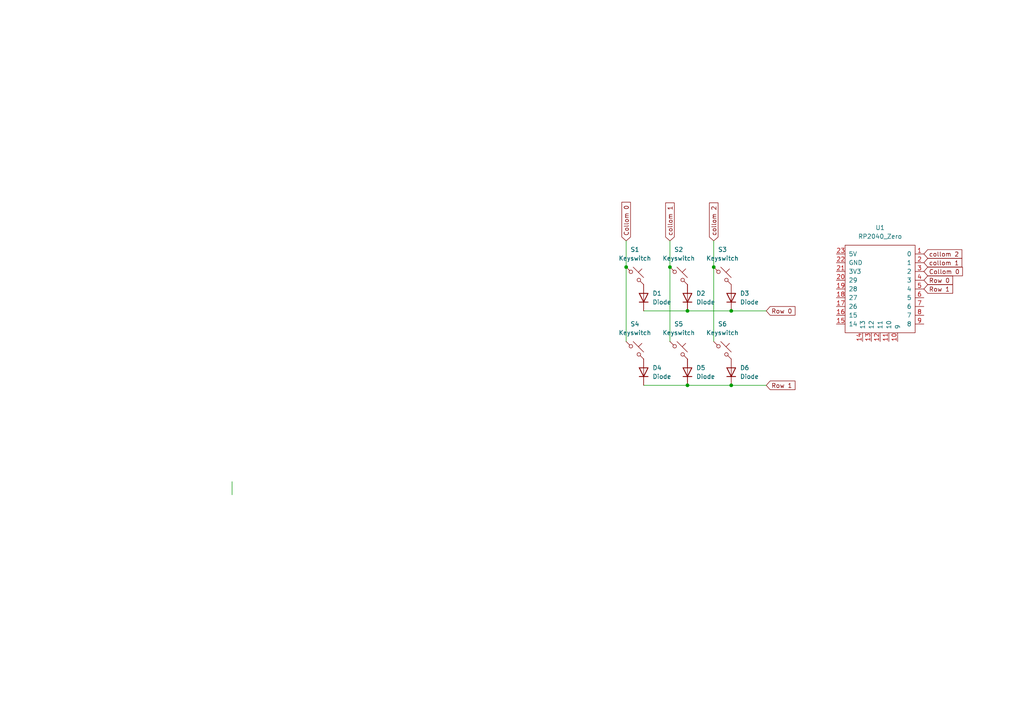
<source format=kicad_sch>
(kicad_sch
	(version 20250114)
	(generator "eeschema")
	(generator_version "9.0")
	(uuid "0a2f7a4f-47d8-493b-a453-459986931a8d")
	(paper "A4")
	(lib_symbols
		(symbol "ScottoKeebs:MCU_RP2040_Zero"
			(pin_names
				(offset 1.016)
			)
			(exclude_from_sim no)
			(in_bom yes)
			(on_board yes)
			(property "Reference" "U"
				(at 0 15.24 0)
				(effects
					(font
						(size 1.27 1.27)
					)
				)
			)
			(property "Value" "RP2040_Zero"
				(at 0 12.7 0)
				(effects
					(font
						(size 1.27 1.27)
					)
				)
			)
			(property "Footprint" "ScottoKeebs_MCU:RP2040_Zero"
				(at -8.89 5.08 0)
				(effects
					(font
						(size 1.27 1.27)
					)
					(hide yes)
				)
			)
			(property "Datasheet" ""
				(at -8.89 5.08 0)
				(effects
					(font
						(size 1.27 1.27)
					)
					(hide yes)
				)
			)
			(property "Description" ""
				(at 0 0 0)
				(effects
					(font
						(size 1.27 1.27)
					)
					(hide yes)
				)
			)
			(symbol "MCU_RP2040_Zero_0_1"
				(rectangle
					(start -10.16 11.43)
					(end 10.16 -13.97)
					(stroke
						(width 0)
						(type default)
					)
					(fill
						(type none)
					)
				)
			)
			(symbol "MCU_RP2040_Zero_1_1"
				(pin power_out line
					(at -12.7 8.89 0)
					(length 2.54)
					(name "5V"
						(effects
							(font
								(size 1.27 1.27)
							)
						)
					)
					(number "23"
						(effects
							(font
								(size 1.27 1.27)
							)
						)
					)
				)
				(pin power_out line
					(at -12.7 6.35 0)
					(length 2.54)
					(name "GND"
						(effects
							(font
								(size 1.27 1.27)
							)
						)
					)
					(number "22"
						(effects
							(font
								(size 1.27 1.27)
							)
						)
					)
				)
				(pin power_out line
					(at -12.7 3.81 0)
					(length 2.54)
					(name "3V3"
						(effects
							(font
								(size 1.27 1.27)
							)
						)
					)
					(number "21"
						(effects
							(font
								(size 1.27 1.27)
							)
						)
					)
				)
				(pin bidirectional line
					(at -12.7 1.27 0)
					(length 2.54)
					(name "29"
						(effects
							(font
								(size 1.27 1.27)
							)
						)
					)
					(number "20"
						(effects
							(font
								(size 1.27 1.27)
							)
						)
					)
				)
				(pin bidirectional line
					(at -12.7 -1.27 0)
					(length 2.54)
					(name "28"
						(effects
							(font
								(size 1.27 1.27)
							)
						)
					)
					(number "19"
						(effects
							(font
								(size 1.27 1.27)
							)
						)
					)
				)
				(pin bidirectional line
					(at -12.7 -3.81 0)
					(length 2.54)
					(name "27"
						(effects
							(font
								(size 1.27 1.27)
							)
						)
					)
					(number "18"
						(effects
							(font
								(size 1.27 1.27)
							)
						)
					)
				)
				(pin bidirectional line
					(at -12.7 -6.35 0)
					(length 2.54)
					(name "26"
						(effects
							(font
								(size 1.27 1.27)
							)
						)
					)
					(number "17"
						(effects
							(font
								(size 1.27 1.27)
							)
						)
					)
				)
				(pin bidirectional line
					(at -12.7 -8.89 0)
					(length 2.54)
					(name "15"
						(effects
							(font
								(size 1.27 1.27)
							)
						)
					)
					(number "16"
						(effects
							(font
								(size 1.27 1.27)
							)
						)
					)
				)
				(pin bidirectional line
					(at -12.7 -11.43 0)
					(length 2.54)
					(name "14"
						(effects
							(font
								(size 1.27 1.27)
							)
						)
					)
					(number "15"
						(effects
							(font
								(size 1.27 1.27)
							)
						)
					)
				)
				(pin bidirectional line
					(at -5.08 -16.51 90)
					(length 2.54)
					(name "13"
						(effects
							(font
								(size 1.27 1.27)
							)
						)
					)
					(number "14"
						(effects
							(font
								(size 1.27 1.27)
							)
						)
					)
				)
				(pin bidirectional line
					(at -2.54 -16.51 90)
					(length 2.54)
					(name "12"
						(effects
							(font
								(size 1.27 1.27)
							)
						)
					)
					(number "13"
						(effects
							(font
								(size 1.27 1.27)
							)
						)
					)
				)
				(pin bidirectional line
					(at 0 -16.51 90)
					(length 2.54)
					(name "11"
						(effects
							(font
								(size 1.27 1.27)
							)
						)
					)
					(number "12"
						(effects
							(font
								(size 1.27 1.27)
							)
						)
					)
				)
				(pin bidirectional line
					(at 2.54 -16.51 90)
					(length 2.54)
					(name "10"
						(effects
							(font
								(size 1.27 1.27)
							)
						)
					)
					(number "11"
						(effects
							(font
								(size 1.27 1.27)
							)
						)
					)
				)
				(pin bidirectional line
					(at 5.08 -16.51 90)
					(length 2.54)
					(name "9"
						(effects
							(font
								(size 1.27 1.27)
							)
						)
					)
					(number "10"
						(effects
							(font
								(size 1.27 1.27)
							)
						)
					)
				)
				(pin bidirectional line
					(at 12.7 8.89 180)
					(length 2.54)
					(name "0"
						(effects
							(font
								(size 1.27 1.27)
							)
						)
					)
					(number "1"
						(effects
							(font
								(size 1.27 1.27)
							)
						)
					)
				)
				(pin bidirectional line
					(at 12.7 6.35 180)
					(length 2.54)
					(name "1"
						(effects
							(font
								(size 1.27 1.27)
							)
						)
					)
					(number "2"
						(effects
							(font
								(size 1.27 1.27)
							)
						)
					)
				)
				(pin bidirectional line
					(at 12.7 3.81 180)
					(length 2.54)
					(name "2"
						(effects
							(font
								(size 1.27 1.27)
							)
						)
					)
					(number "3"
						(effects
							(font
								(size 1.27 1.27)
							)
						)
					)
				)
				(pin bidirectional line
					(at 12.7 1.27 180)
					(length 2.54)
					(name "3"
						(effects
							(font
								(size 1.27 1.27)
							)
						)
					)
					(number "4"
						(effects
							(font
								(size 1.27 1.27)
							)
						)
					)
				)
				(pin bidirectional line
					(at 12.7 -1.27 180)
					(length 2.54)
					(name "4"
						(effects
							(font
								(size 1.27 1.27)
							)
						)
					)
					(number "5"
						(effects
							(font
								(size 1.27 1.27)
							)
						)
					)
				)
				(pin bidirectional line
					(at 12.7 -3.81 180)
					(length 2.54)
					(name "5"
						(effects
							(font
								(size 1.27 1.27)
							)
						)
					)
					(number "6"
						(effects
							(font
								(size 1.27 1.27)
							)
						)
					)
				)
				(pin bidirectional line
					(at 12.7 -6.35 180)
					(length 2.54)
					(name "6"
						(effects
							(font
								(size 1.27 1.27)
							)
						)
					)
					(number "7"
						(effects
							(font
								(size 1.27 1.27)
							)
						)
					)
				)
				(pin bidirectional line
					(at 12.7 -8.89 180)
					(length 2.54)
					(name "7"
						(effects
							(font
								(size 1.27 1.27)
							)
						)
					)
					(number "8"
						(effects
							(font
								(size 1.27 1.27)
							)
						)
					)
				)
				(pin bidirectional line
					(at 12.7 -11.43 180)
					(length 2.54)
					(name "8"
						(effects
							(font
								(size 1.27 1.27)
							)
						)
					)
					(number "9"
						(effects
							(font
								(size 1.27 1.27)
							)
						)
					)
				)
			)
			(embedded_fonts no)
		)
		(symbol "ScottoKeebs:Placeholder_Diode"
			(pin_numbers
				(hide yes)
			)
			(pin_names
				(hide yes)
			)
			(exclude_from_sim no)
			(in_bom yes)
			(on_board yes)
			(property "Reference" "D"
				(at 0 2.54 0)
				(effects
					(font
						(size 1.27 1.27)
					)
				)
			)
			(property "Value" "Diode"
				(at 0 -2.54 0)
				(effects
					(font
						(size 1.27 1.27)
					)
				)
			)
			(property "Footprint" ""
				(at 0 0 0)
				(effects
					(font
						(size 1.27 1.27)
					)
					(hide yes)
				)
			)
			(property "Datasheet" ""
				(at 0 0 0)
				(effects
					(font
						(size 1.27 1.27)
					)
					(hide yes)
				)
			)
			(property "Description" "1N4148 (DO-35) or 1N4148W (SOD-123)"
				(at 0 0 0)
				(effects
					(font
						(size 1.27 1.27)
					)
					(hide yes)
				)
			)
			(property "Sim.Device" "D"
				(at 0 0 0)
				(effects
					(font
						(size 1.27 1.27)
					)
					(hide yes)
				)
			)
			(property "Sim.Pins" "1=K 2=A"
				(at 0 0 0)
				(effects
					(font
						(size 1.27 1.27)
					)
					(hide yes)
				)
			)
			(property "ki_keywords" "diode"
				(at 0 0 0)
				(effects
					(font
						(size 1.27 1.27)
					)
					(hide yes)
				)
			)
			(property "ki_fp_filters" "D*DO?35*"
				(at 0 0 0)
				(effects
					(font
						(size 1.27 1.27)
					)
					(hide yes)
				)
			)
			(symbol "Placeholder_Diode_0_1"
				(polyline
					(pts
						(xy -1.27 1.27) (xy -1.27 -1.27)
					)
					(stroke
						(width 0.254)
						(type default)
					)
					(fill
						(type none)
					)
				)
				(polyline
					(pts
						(xy 1.27 1.27) (xy 1.27 -1.27) (xy -1.27 0) (xy 1.27 1.27)
					)
					(stroke
						(width 0.254)
						(type default)
					)
					(fill
						(type none)
					)
				)
				(polyline
					(pts
						(xy 1.27 0) (xy -1.27 0)
					)
					(stroke
						(width 0)
						(type default)
					)
					(fill
						(type none)
					)
				)
			)
			(symbol "Placeholder_Diode_1_1"
				(pin passive line
					(at -3.81 0 0)
					(length 2.54)
					(name "K"
						(effects
							(font
								(size 1.27 1.27)
							)
						)
					)
					(number "1"
						(effects
							(font
								(size 1.27 1.27)
							)
						)
					)
				)
				(pin passive line
					(at 3.81 0 180)
					(length 2.54)
					(name "A"
						(effects
							(font
								(size 1.27 1.27)
							)
						)
					)
					(number "2"
						(effects
							(font
								(size 1.27 1.27)
							)
						)
					)
				)
			)
			(embedded_fonts no)
		)
		(symbol "ScottoKeebs:Placeholder_Keyswitch"
			(pin_numbers
				(hide yes)
			)
			(pin_names
				(offset 1.016)
				(hide yes)
			)
			(exclude_from_sim no)
			(in_bom yes)
			(on_board yes)
			(property "Reference" "S"
				(at 3.048 1.016 0)
				(effects
					(font
						(size 1.27 1.27)
					)
					(justify left)
				)
			)
			(property "Value" "Keyswitch"
				(at 0 -3.81 0)
				(effects
					(font
						(size 1.27 1.27)
					)
				)
			)
			(property "Footprint" ""
				(at 0 0 0)
				(effects
					(font
						(size 1.27 1.27)
					)
					(hide yes)
				)
			)
			(property "Datasheet" "~"
				(at 0 0 0)
				(effects
					(font
						(size 1.27 1.27)
					)
					(hide yes)
				)
			)
			(property "Description" "Push button switch, normally open, two pins, 45° tilted"
				(at 0 0 0)
				(effects
					(font
						(size 1.27 1.27)
					)
					(hide yes)
				)
			)
			(property "ki_keywords" "switch normally-open pushbutton push-button"
				(at 0 0 0)
				(effects
					(font
						(size 1.27 1.27)
					)
					(hide yes)
				)
			)
			(symbol "Placeholder_Keyswitch_0_1"
				(polyline
					(pts
						(xy -2.54 2.54) (xy -1.524 1.524) (xy -1.524 1.524)
					)
					(stroke
						(width 0)
						(type default)
					)
					(fill
						(type none)
					)
				)
				(circle
					(center -1.1684 1.1684)
					(radius 0.508)
					(stroke
						(width 0)
						(type default)
					)
					(fill
						(type none)
					)
				)
				(polyline
					(pts
						(xy -0.508 2.54) (xy 2.54 -0.508)
					)
					(stroke
						(width 0)
						(type default)
					)
					(fill
						(type none)
					)
				)
				(polyline
					(pts
						(xy 1.016 1.016) (xy 2.032 2.032)
					)
					(stroke
						(width 0)
						(type default)
					)
					(fill
						(type none)
					)
				)
				(circle
					(center 1.143 -1.1938)
					(radius 0.508)
					(stroke
						(width 0)
						(type default)
					)
					(fill
						(type none)
					)
				)
				(polyline
					(pts
						(xy 1.524 -1.524) (xy 2.54 -2.54) (xy 2.54 -2.54) (xy 2.54 -2.54)
					)
					(stroke
						(width 0)
						(type default)
					)
					(fill
						(type none)
					)
				)
				(pin passive line
					(at -2.54 2.54 0)
					(length 0)
					(name "1"
						(effects
							(font
								(size 1.27 1.27)
							)
						)
					)
					(number "1"
						(effects
							(font
								(size 1.27 1.27)
							)
						)
					)
				)
				(pin passive line
					(at 2.54 -2.54 180)
					(length 0)
					(name "2"
						(effects
							(font
								(size 1.27 1.27)
							)
						)
					)
					(number "2"
						(effects
							(font
								(size 1.27 1.27)
							)
						)
					)
				)
			)
			(embedded_fonts no)
		)
	)
	(junction
		(at 194.31 77.47)
		(diameter 0)
		(color 0 0 0 0)
		(uuid "11669f91-76e8-4f42-a858-44670f58df97")
	)
	(junction
		(at 199.39 111.76)
		(diameter 0)
		(color 0 0 0 0)
		(uuid "1ef840f2-3069-43d1-98fd-12fa084b79ed")
	)
	(junction
		(at 207.01 77.47)
		(diameter 0)
		(color 0 0 0 0)
		(uuid "5d3534a4-09da-4f14-b903-f2cf2038b181")
	)
	(junction
		(at 181.61 77.47)
		(diameter 0)
		(color 0 0 0 0)
		(uuid "5d8927b2-9747-4275-8a84-8cbeb40f0eba")
	)
	(junction
		(at 199.39 90.17)
		(diameter 0)
		(color 0 0 0 0)
		(uuid "60db7827-fd94-4609-8309-fe6770b25f05")
	)
	(junction
		(at 212.09 90.17)
		(diameter 0)
		(color 0 0 0 0)
		(uuid "db9585fb-8998-4c5f-9cef-e1d0eed707e0")
	)
	(junction
		(at 212.09 111.76)
		(diameter 0)
		(color 0 0 0 0)
		(uuid "eb961792-a9fe-41d1-8125-a35981901898")
	)
	(wire
		(pts
			(xy 222.25 111.76) (xy 212.09 111.76)
		)
		(stroke
			(width 0)
			(type default)
		)
		(uuid "08f2d9fc-86b1-4491-a3fa-c06bee6d8edc")
	)
	(wire
		(pts
			(xy 194.31 69.85) (xy 194.31 77.47)
		)
		(stroke
			(width 0)
			(type default)
		)
		(uuid "0f0383fd-e284-4712-8ae1-26fc8b309bb4")
	)
	(wire
		(pts
			(xy 207.01 77.47) (xy 207.01 99.06)
		)
		(stroke
			(width 0)
			(type default)
		)
		(uuid "1fa53416-0137-45ec-b56d-9e5f4a8bd3ff")
	)
	(wire
		(pts
			(xy 186.69 111.76) (xy 199.39 111.76)
		)
		(stroke
			(width 0)
			(type default)
		)
		(uuid "2c29c65f-8b13-4cba-9999-6bd82fcba087")
	)
	(wire
		(pts
			(xy 181.61 69.85) (xy 181.61 77.47)
		)
		(stroke
			(width 0)
			(type default)
		)
		(uuid "300a0ae9-1ceb-4dab-b422-ea9e1fa8f79e")
	)
	(wire
		(pts
			(xy 67.31 139.7) (xy 67.31 143.51)
		)
		(stroke
			(width 0)
			(type default)
		)
		(uuid "3691981f-b69b-41d3-b343-8a1fda78b075")
	)
	(wire
		(pts
			(xy 222.25 90.17) (xy 212.09 90.17)
		)
		(stroke
			(width 0)
			(type default)
		)
		(uuid "433e68d1-78a3-44fc-8f5b-fdf7fcc921d5")
	)
	(wire
		(pts
			(xy 194.31 77.47) (xy 194.31 99.06)
		)
		(stroke
			(width 0)
			(type default)
		)
		(uuid "473fc266-365e-4cec-9fe0-6c952863208f")
	)
	(wire
		(pts
			(xy 186.69 90.17) (xy 199.39 90.17)
		)
		(stroke
			(width 0)
			(type default)
		)
		(uuid "58024cfd-c583-4180-874b-c30c3c8e5548")
	)
	(wire
		(pts
			(xy 181.61 77.47) (xy 181.61 99.06)
		)
		(stroke
			(width 0)
			(type default)
		)
		(uuid "5fb1fdd7-874b-49f4-979e-8c00ad33fba4")
	)
	(wire
		(pts
			(xy 199.39 90.17) (xy 212.09 90.17)
		)
		(stroke
			(width 0)
			(type default)
		)
		(uuid "608f26e7-5223-4863-9f41-a960c7492639")
	)
	(wire
		(pts
			(xy 207.01 69.85) (xy 207.01 77.47)
		)
		(stroke
			(width 0)
			(type default)
		)
		(uuid "cadae5fe-81c3-40ba-8e4b-a75faad68753")
	)
	(wire
		(pts
			(xy 199.39 111.76) (xy 212.09 111.76)
		)
		(stroke
			(width 0)
			(type default)
		)
		(uuid "fe34cffe-a8cd-4e4e-9184-631c097217a1")
	)
	(global_label "Collom 0"
		(shape input)
		(at 267.97 78.74 0)
		(fields_autoplaced yes)
		(effects
			(font
				(size 1.27 1.27)
			)
			(justify left)
		)
		(uuid "08abb74f-bf7b-4c04-9411-a42146e2ce20")
		(property "Intersheetrefs" "${INTERSHEET_REFS}"
			(at 279.724 78.74 0)
			(effects
				(font
					(size 1.27 1.27)
				)
				(justify left)
				(hide yes)
			)
		)
	)
	(global_label "collom 1"
		(shape input)
		(at 194.31 69.85 90)
		(fields_autoplaced yes)
		(effects
			(font
				(size 1.27 1.27)
			)
			(justify left)
		)
		(uuid "22e566b0-3a10-4e35-a529-18c885a7ce4f")
		(property "Intersheetrefs" "${INTERSHEET_REFS}"
			(at 194.31 58.2774 90)
			(effects
				(font
					(size 1.27 1.27)
				)
				(justify left)
				(hide yes)
			)
		)
	)
	(global_label "Row 0"
		(shape input)
		(at 222.25 90.17 0)
		(fields_autoplaced yes)
		(effects
			(font
				(size 1.27 1.27)
			)
			(justify left)
		)
		(uuid "3814f35c-25b7-4599-b262-3217b4d51c9d")
		(property "Intersheetrefs" "${INTERSHEET_REFS}"
			(at 231.1618 90.17 0)
			(effects
				(font
					(size 1.27 1.27)
				)
				(justify left)
				(hide yes)
			)
		)
	)
	(global_label "collom 1"
		(shape input)
		(at 267.97 76.2 0)
		(fields_autoplaced yes)
		(effects
			(font
				(size 1.27 1.27)
			)
			(justify left)
		)
		(uuid "53ad0168-2e5a-4908-9ffa-f8f03197f305")
		(property "Intersheetrefs" "${INTERSHEET_REFS}"
			(at 279.5426 76.2 0)
			(effects
				(font
					(size 1.27 1.27)
				)
				(justify left)
				(hide yes)
			)
		)
	)
	(global_label "Collom 0"
		(shape input)
		(at 181.61 69.85 90)
		(fields_autoplaced yes)
		(effects
			(font
				(size 1.27 1.27)
			)
			(justify left)
		)
		(uuid "8c13a87d-d297-4bc1-826d-2c8a434b3b46")
		(property "Intersheetrefs" "${INTERSHEET_REFS}"
			(at 181.61 58.096 90)
			(effects
				(font
					(size 1.27 1.27)
				)
				(justify left)
				(hide yes)
			)
		)
	)
	(global_label "Row 1"
		(shape input)
		(at 222.25 111.76 0)
		(fields_autoplaced yes)
		(effects
			(font
				(size 1.27 1.27)
			)
			(justify left)
		)
		(uuid "ae23215d-774d-46f4-a4ae-854b432cf517")
		(property "Intersheetrefs" "${INTERSHEET_REFS}"
			(at 231.1618 111.76 0)
			(effects
				(font
					(size 1.27 1.27)
				)
				(justify left)
				(hide yes)
			)
		)
	)
	(global_label "Row 1"
		(shape input)
		(at 267.97 83.82 0)
		(fields_autoplaced yes)
		(effects
			(font
				(size 1.27 1.27)
			)
			(justify left)
		)
		(uuid "bd12dc77-f129-4cf7-8376-942568382ace")
		(property "Intersheetrefs" "${INTERSHEET_REFS}"
			(at 276.8818 83.82 0)
			(effects
				(font
					(size 1.27 1.27)
				)
				(justify left)
				(hide yes)
			)
		)
	)
	(global_label "collom 2"
		(shape input)
		(at 267.97 73.66 0)
		(fields_autoplaced yes)
		(effects
			(font
				(size 1.27 1.27)
			)
			(justify left)
		)
		(uuid "cddb7b16-b4dc-4b68-bd85-27fb7c88caac")
		(property "Intersheetrefs" "${INTERSHEET_REFS}"
			(at 279.5426 73.66 0)
			(effects
				(font
					(size 1.27 1.27)
				)
				(justify left)
				(hide yes)
			)
		)
	)
	(global_label "Row 0"
		(shape input)
		(at 267.97 81.28 0)
		(fields_autoplaced yes)
		(effects
			(font
				(size 1.27 1.27)
			)
			(justify left)
		)
		(uuid "e36e2a02-a156-42d5-9ccd-8aa368e55255")
		(property "Intersheetrefs" "${INTERSHEET_REFS}"
			(at 276.8818 81.28 0)
			(effects
				(font
					(size 1.27 1.27)
				)
				(justify left)
				(hide yes)
			)
		)
	)
	(global_label "collom 2"
		(shape input)
		(at 207.01 69.85 90)
		(fields_autoplaced yes)
		(effects
			(font
				(size 1.27 1.27)
			)
			(justify left)
		)
		(uuid "eb53c04e-4c78-4c26-a286-2a3d9dd7cd22")
		(property "Intersheetrefs" "${INTERSHEET_REFS}"
			(at 207.01 58.2774 90)
			(effects
				(font
					(size 1.27 1.27)
				)
				(justify left)
				(hide yes)
			)
		)
	)
	(symbol
		(lib_id "ScottoKeebs:Placeholder_Diode")
		(at 199.39 86.36 90)
		(unit 1)
		(exclude_from_sim no)
		(in_bom yes)
		(on_board yes)
		(dnp no)
		(fields_autoplaced yes)
		(uuid "0ad02003-a9fb-4f43-9ae8-fe985f93f949")
		(property "Reference" "D2"
			(at 201.93 85.0899 90)
			(effects
				(font
					(size 1.27 1.27)
				)
				(justify right)
			)
		)
		(property "Value" "Diode"
			(at 201.93 87.6299 90)
			(effects
				(font
					(size 1.27 1.27)
				)
				(justify right)
			)
		)
		(property "Footprint" "ScottoKeebs_Components:Diode_DO-35"
			(at 199.39 86.36 0)
			(effects
				(font
					(size 1.27 1.27)
				)
				(hide yes)
			)
		)
		(property "Datasheet" ""
			(at 199.39 86.36 0)
			(effects
				(font
					(size 1.27 1.27)
				)
				(hide yes)
			)
		)
		(property "Description" "1N4148 (DO-35) or 1N4148W (SOD-123)"
			(at 199.39 86.36 0)
			(effects
				(font
					(size 1.27 1.27)
				)
				(hide yes)
			)
		)
		(property "Sim.Device" "D"
			(at 199.39 86.36 0)
			(effects
				(font
					(size 1.27 1.27)
				)
				(hide yes)
			)
		)
		(property "Sim.Pins" "1=K 2=A"
			(at 199.39 86.36 0)
			(effects
				(font
					(size 1.27 1.27)
				)
				(hide yes)
			)
		)
		(pin "1"
			(uuid "075ea947-86a4-48d1-99af-b862e000fd7c")
		)
		(pin "2"
			(uuid "d3f3ba9e-18f9-423e-bfa7-0d059e198427")
		)
		(instances
			(project "weliveinasociety"
				(path "/0a2f7a4f-47d8-493b-a453-459986931a8d"
					(reference "D2")
					(unit 1)
				)
			)
		)
	)
	(symbol
		(lib_id "ScottoKeebs:Placeholder_Keyswitch")
		(at 184.15 80.01 0)
		(unit 1)
		(exclude_from_sim no)
		(in_bom yes)
		(on_board yes)
		(dnp no)
		(fields_autoplaced yes)
		(uuid "2361a31e-cc52-4d59-ab2e-7b652cf3629f")
		(property "Reference" "S1"
			(at 184.15 72.39 0)
			(effects
				(font
					(size 1.27 1.27)
				)
			)
		)
		(property "Value" "Keyswitch"
			(at 184.15 74.93 0)
			(effects
				(font
					(size 1.27 1.27)
				)
			)
		)
		(property "Footprint" "ScottoKeebs_MX:MX_PCB_1.00u"
			(at 184.15 80.01 0)
			(effects
				(font
					(size 1.27 1.27)
				)
				(hide yes)
			)
		)
		(property "Datasheet" "~"
			(at 184.15 80.01 0)
			(effects
				(font
					(size 1.27 1.27)
				)
				(hide yes)
			)
		)
		(property "Description" "Push button switch, normally open, two pins, 45° tilted"
			(at 184.15 80.01 0)
			(effects
				(font
					(size 1.27 1.27)
				)
				(hide yes)
			)
		)
		(pin "2"
			(uuid "2ef25ce2-f73e-443b-920c-4cc6c2acbcd6")
		)
		(pin "1"
			(uuid "fc40af5b-2049-48b1-b163-f7eee8c048b6")
		)
		(instances
			(project ""
				(path "/0a2f7a4f-47d8-493b-a453-459986931a8d"
					(reference "S1")
					(unit 1)
				)
			)
		)
	)
	(symbol
		(lib_id "ScottoKeebs:Placeholder_Diode")
		(at 199.39 107.95 90)
		(unit 1)
		(exclude_from_sim no)
		(in_bom yes)
		(on_board yes)
		(dnp no)
		(fields_autoplaced yes)
		(uuid "5310c23a-5a6b-40de-b3c2-93749e9586f6")
		(property "Reference" "D5"
			(at 201.93 106.6799 90)
			(effects
				(font
					(size 1.27 1.27)
				)
				(justify right)
			)
		)
		(property "Value" "Diode"
			(at 201.93 109.2199 90)
			(effects
				(font
					(size 1.27 1.27)
				)
				(justify right)
			)
		)
		(property "Footprint" "ScottoKeebs_Components:Diode_DO-35"
			(at 199.39 107.95 0)
			(effects
				(font
					(size 1.27 1.27)
				)
				(hide yes)
			)
		)
		(property "Datasheet" ""
			(at 199.39 107.95 0)
			(effects
				(font
					(size 1.27 1.27)
				)
				(hide yes)
			)
		)
		(property "Description" "1N4148 (DO-35) or 1N4148W (SOD-123)"
			(at 199.39 107.95 0)
			(effects
				(font
					(size 1.27 1.27)
				)
				(hide yes)
			)
		)
		(property "Sim.Device" "D"
			(at 199.39 107.95 0)
			(effects
				(font
					(size 1.27 1.27)
				)
				(hide yes)
			)
		)
		(property "Sim.Pins" "1=K 2=A"
			(at 199.39 107.95 0)
			(effects
				(font
					(size 1.27 1.27)
				)
				(hide yes)
			)
		)
		(pin "1"
			(uuid "a486dbc5-f9cd-4bc1-94de-f9e34185e6a7")
		)
		(pin "2"
			(uuid "da65208e-54e0-4718-9d71-ec4fd30ae5e6")
		)
		(instances
			(project "weliveinasociety"
				(path "/0a2f7a4f-47d8-493b-a453-459986931a8d"
					(reference "D5")
					(unit 1)
				)
			)
		)
	)
	(symbol
		(lib_id "ScottoKeebs:Placeholder_Keyswitch")
		(at 209.55 101.6 0)
		(unit 1)
		(exclude_from_sim no)
		(in_bom yes)
		(on_board yes)
		(dnp no)
		(fields_autoplaced yes)
		(uuid "6ac13ac6-f766-4540-bd55-522b52d9e492")
		(property "Reference" "S6"
			(at 209.55 93.98 0)
			(effects
				(font
					(size 1.27 1.27)
				)
			)
		)
		(property "Value" "Keyswitch"
			(at 209.55 96.52 0)
			(effects
				(font
					(size 1.27 1.27)
				)
			)
		)
		(property "Footprint" "ScottoKeebs_MX:MX_PCB_1.00u"
			(at 209.55 101.6 0)
			(effects
				(font
					(size 1.27 1.27)
				)
				(hide yes)
			)
		)
		(property "Datasheet" "~"
			(at 209.55 101.6 0)
			(effects
				(font
					(size 1.27 1.27)
				)
				(hide yes)
			)
		)
		(property "Description" "Push button switch, normally open, two pins, 45° tilted"
			(at 209.55 101.6 0)
			(effects
				(font
					(size 1.27 1.27)
				)
				(hide yes)
			)
		)
		(pin "2"
			(uuid "65901522-3a38-4558-a3bf-e593544a046f")
		)
		(pin "1"
			(uuid "9d95740b-db8e-45cc-bc30-1bf531bf5e82")
		)
		(instances
			(project "weliveinasociety"
				(path "/0a2f7a4f-47d8-493b-a453-459986931a8d"
					(reference "S6")
					(unit 1)
				)
			)
		)
	)
	(symbol
		(lib_id "ScottoKeebs:Placeholder_Keyswitch")
		(at 196.85 80.01 0)
		(unit 1)
		(exclude_from_sim no)
		(in_bom yes)
		(on_board yes)
		(dnp no)
		(fields_autoplaced yes)
		(uuid "78f40358-09d7-4687-a739-e36237950d3b")
		(property "Reference" "S2"
			(at 196.85 72.39 0)
			(effects
				(font
					(size 1.27 1.27)
				)
			)
		)
		(property "Value" "Keyswitch"
			(at 196.85 74.93 0)
			(effects
				(font
					(size 1.27 1.27)
				)
			)
		)
		(property "Footprint" "ScottoKeebs_MX:MX_PCB_1.00u"
			(at 196.85 80.01 0)
			(effects
				(font
					(size 1.27 1.27)
				)
				(hide yes)
			)
		)
		(property "Datasheet" "~"
			(at 196.85 80.01 0)
			(effects
				(font
					(size 1.27 1.27)
				)
				(hide yes)
			)
		)
		(property "Description" "Push button switch, normally open, two pins, 45° tilted"
			(at 196.85 80.01 0)
			(effects
				(font
					(size 1.27 1.27)
				)
				(hide yes)
			)
		)
		(pin "2"
			(uuid "f6ea5d52-31fd-45af-91c8-5ef63dd285e1")
		)
		(pin "1"
			(uuid "a8800f1d-b7c2-47d8-83a0-5540b0f1278b")
		)
		(instances
			(project "weliveinasociety"
				(path "/0a2f7a4f-47d8-493b-a453-459986931a8d"
					(reference "S2")
					(unit 1)
				)
			)
		)
	)
	(symbol
		(lib_id "ScottoKeebs:Placeholder_Diode")
		(at 212.09 107.95 90)
		(unit 1)
		(exclude_from_sim no)
		(in_bom yes)
		(on_board yes)
		(dnp no)
		(fields_autoplaced yes)
		(uuid "7c8f69d0-2566-460b-b740-605620add412")
		(property "Reference" "D6"
			(at 214.63 106.6799 90)
			(effects
				(font
					(size 1.27 1.27)
				)
				(justify right)
			)
		)
		(property "Value" "Diode"
			(at 214.63 109.2199 90)
			(effects
				(font
					(size 1.27 1.27)
				)
				(justify right)
			)
		)
		(property "Footprint" "ScottoKeebs_Components:Diode_DO-35"
			(at 212.09 107.95 0)
			(effects
				(font
					(size 1.27 1.27)
				)
				(hide yes)
			)
		)
		(property "Datasheet" ""
			(at 212.09 107.95 0)
			(effects
				(font
					(size 1.27 1.27)
				)
				(hide yes)
			)
		)
		(property "Description" "1N4148 (DO-35) or 1N4148W (SOD-123)"
			(at 212.09 107.95 0)
			(effects
				(font
					(size 1.27 1.27)
				)
				(hide yes)
			)
		)
		(property "Sim.Device" "D"
			(at 212.09 107.95 0)
			(effects
				(font
					(size 1.27 1.27)
				)
				(hide yes)
			)
		)
		(property "Sim.Pins" "1=K 2=A"
			(at 212.09 107.95 0)
			(effects
				(font
					(size 1.27 1.27)
				)
				(hide yes)
			)
		)
		(pin "1"
			(uuid "0cb21680-5009-44fc-9df0-6f2c0f0bdcf1")
		)
		(pin "2"
			(uuid "454e6a17-a855-43c5-9c9e-c8aed2104424")
		)
		(instances
			(project "weliveinasociety"
				(path "/0a2f7a4f-47d8-493b-a453-459986931a8d"
					(reference "D6")
					(unit 1)
				)
			)
		)
	)
	(symbol
		(lib_id "ScottoKeebs:Placeholder_Keyswitch")
		(at 184.15 101.6 0)
		(unit 1)
		(exclude_from_sim no)
		(in_bom yes)
		(on_board yes)
		(dnp no)
		(fields_autoplaced yes)
		(uuid "962e1852-a19b-4460-803d-4fe531dbd013")
		(property "Reference" "S4"
			(at 184.15 93.98 0)
			(effects
				(font
					(size 1.27 1.27)
				)
			)
		)
		(property "Value" "Keyswitch"
			(at 184.15 96.52 0)
			(effects
				(font
					(size 1.27 1.27)
				)
			)
		)
		(property "Footprint" "ScottoKeebs_MX:MX_PCB_1.00u"
			(at 184.15 101.6 0)
			(effects
				(font
					(size 1.27 1.27)
				)
				(hide yes)
			)
		)
		(property "Datasheet" "~"
			(at 184.15 101.6 0)
			(effects
				(font
					(size 1.27 1.27)
				)
				(hide yes)
			)
		)
		(property "Description" "Push button switch, normally open, two pins, 45° tilted"
			(at 184.15 101.6 0)
			(effects
				(font
					(size 1.27 1.27)
				)
				(hide yes)
			)
		)
		(pin "2"
			(uuid "ac364814-8d8d-4fab-8f33-b0991ffd57a8")
		)
		(pin "1"
			(uuid "9c95711f-9e0d-46c2-9c90-254925964885")
		)
		(instances
			(project "weliveinasociety"
				(path "/0a2f7a4f-47d8-493b-a453-459986931a8d"
					(reference "S4")
					(unit 1)
				)
			)
		)
	)
	(symbol
		(lib_id "ScottoKeebs:Placeholder_Diode")
		(at 186.69 107.95 90)
		(unit 1)
		(exclude_from_sim no)
		(in_bom yes)
		(on_board yes)
		(dnp no)
		(fields_autoplaced yes)
		(uuid "a01e8332-7a51-4466-a7f2-604732d3b083")
		(property "Reference" "D4"
			(at 189.23 106.6799 90)
			(effects
				(font
					(size 1.27 1.27)
				)
				(justify right)
			)
		)
		(property "Value" "Diode"
			(at 189.23 109.2199 90)
			(effects
				(font
					(size 1.27 1.27)
				)
				(justify right)
			)
		)
		(property "Footprint" "ScottoKeebs_Components:Diode_DO-35"
			(at 186.69 107.95 0)
			(effects
				(font
					(size 1.27 1.27)
				)
				(hide yes)
			)
		)
		(property "Datasheet" ""
			(at 186.69 107.95 0)
			(effects
				(font
					(size 1.27 1.27)
				)
				(hide yes)
			)
		)
		(property "Description" "1N4148 (DO-35) or 1N4148W (SOD-123)"
			(at 186.69 107.95 0)
			(effects
				(font
					(size 1.27 1.27)
				)
				(hide yes)
			)
		)
		(property "Sim.Device" "D"
			(at 186.69 107.95 0)
			(effects
				(font
					(size 1.27 1.27)
				)
				(hide yes)
			)
		)
		(property "Sim.Pins" "1=K 2=A"
			(at 186.69 107.95 0)
			(effects
				(font
					(size 1.27 1.27)
				)
				(hide yes)
			)
		)
		(pin "1"
			(uuid "2dcfc220-3709-434c-b976-ce5cadf52fbb")
		)
		(pin "2"
			(uuid "309d61de-4ce9-4a13-91b6-afb0b1b778fb")
		)
		(instances
			(project "weliveinasociety"
				(path "/0a2f7a4f-47d8-493b-a453-459986931a8d"
					(reference "D4")
					(unit 1)
				)
			)
		)
	)
	(symbol
		(lib_id "ScottoKeebs:Placeholder_Keyswitch")
		(at 196.85 101.6 0)
		(unit 1)
		(exclude_from_sim no)
		(in_bom yes)
		(on_board yes)
		(dnp no)
		(fields_autoplaced yes)
		(uuid "b67c968f-d739-403b-ba02-1fe9b50bb2a9")
		(property "Reference" "S5"
			(at 196.85 93.98 0)
			(effects
				(font
					(size 1.27 1.27)
				)
			)
		)
		(property "Value" "Keyswitch"
			(at 196.85 96.52 0)
			(effects
				(font
					(size 1.27 1.27)
				)
			)
		)
		(property "Footprint" "ScottoKeebs_MX:MX_PCB_1.00u"
			(at 196.85 101.6 0)
			(effects
				(font
					(size 1.27 1.27)
				)
				(hide yes)
			)
		)
		(property "Datasheet" "~"
			(at 196.85 101.6 0)
			(effects
				(font
					(size 1.27 1.27)
				)
				(hide yes)
			)
		)
		(property "Description" "Push button switch, normally open, two pins, 45° tilted"
			(at 196.85 101.6 0)
			(effects
				(font
					(size 1.27 1.27)
				)
				(hide yes)
			)
		)
		(pin "2"
			(uuid "bb9da703-5fe5-491a-b9b0-28f5048e9f4d")
		)
		(pin "1"
			(uuid "1eb4b4ab-a62b-4e22-bc0a-ea6208fbc556")
		)
		(instances
			(project "weliveinasociety"
				(path "/0a2f7a4f-47d8-493b-a453-459986931a8d"
					(reference "S5")
					(unit 1)
				)
			)
		)
	)
	(symbol
		(lib_id "ScottoKeebs:Placeholder_Diode")
		(at 212.09 86.36 90)
		(unit 1)
		(exclude_from_sim no)
		(in_bom yes)
		(on_board yes)
		(dnp no)
		(fields_autoplaced yes)
		(uuid "ba6f794c-4eb8-42fd-9f17-954e9d310af5")
		(property "Reference" "D3"
			(at 214.63 85.0899 90)
			(effects
				(font
					(size 1.27 1.27)
				)
				(justify right)
			)
		)
		(property "Value" "Diode"
			(at 214.63 87.6299 90)
			(effects
				(font
					(size 1.27 1.27)
				)
				(justify right)
			)
		)
		(property "Footprint" "ScottoKeebs_Components:Diode_DO-35"
			(at 212.09 86.36 0)
			(effects
				(font
					(size 1.27 1.27)
				)
				(hide yes)
			)
		)
		(property "Datasheet" ""
			(at 212.09 86.36 0)
			(effects
				(font
					(size 1.27 1.27)
				)
				(hide yes)
			)
		)
		(property "Description" "1N4148 (DO-35) or 1N4148W (SOD-123)"
			(at 212.09 86.36 0)
			(effects
				(font
					(size 1.27 1.27)
				)
				(hide yes)
			)
		)
		(property "Sim.Device" "D"
			(at 212.09 86.36 0)
			(effects
				(font
					(size 1.27 1.27)
				)
				(hide yes)
			)
		)
		(property "Sim.Pins" "1=K 2=A"
			(at 212.09 86.36 0)
			(effects
				(font
					(size 1.27 1.27)
				)
				(hide yes)
			)
		)
		(pin "1"
			(uuid "f409f29a-b37e-4fc8-a5d5-771949d07f22")
		)
		(pin "2"
			(uuid "a64e3129-9395-485d-b560-85954ef0ef41")
		)
		(instances
			(project "weliveinasociety"
				(path "/0a2f7a4f-47d8-493b-a453-459986931a8d"
					(reference "D3")
					(unit 1)
				)
			)
		)
	)
	(symbol
		(lib_id "ScottoKeebs:MCU_RP2040_Zero")
		(at 255.27 82.55 0)
		(unit 1)
		(exclude_from_sim no)
		(in_bom yes)
		(on_board yes)
		(dnp no)
		(fields_autoplaced yes)
		(uuid "c900de73-629b-42be-a82d-0ba3598b5ff9")
		(property "Reference" "U1"
			(at 255.27 66.04 0)
			(effects
				(font
					(size 1.27 1.27)
				)
			)
		)
		(property "Value" "RP2040_Zero"
			(at 255.27 68.58 0)
			(effects
				(font
					(size 1.27 1.27)
				)
			)
		)
		(property "Footprint" "ScottoKeebs_MCU:RP2040_Zero"
			(at 246.38 77.47 0)
			(effects
				(font
					(size 1.27 1.27)
				)
				(hide yes)
			)
		)
		(property "Datasheet" ""
			(at 246.38 77.47 0)
			(effects
				(font
					(size 1.27 1.27)
				)
				(hide yes)
			)
		)
		(property "Description" ""
			(at 255.27 82.55 0)
			(effects
				(font
					(size 1.27 1.27)
				)
				(hide yes)
			)
		)
		(pin "8"
			(uuid "240e87b3-3686-4db6-ba87-863419e6dcf3")
		)
		(pin "5"
			(uuid "8ad4ee89-9fbf-45e0-9b26-02d9394a3172")
		)
		(pin "7"
			(uuid "f8dc5bba-d3bc-4e00-93a2-92025d69434a")
		)
		(pin "6"
			(uuid "7511af22-1314-4f6a-9da6-80e24e13e3c2")
		)
		(pin "9"
			(uuid "3ac17c74-ac62-4ec6-bcba-0a43ec39d69c")
		)
		(pin "4"
			(uuid "0e51c9f3-6c34-46ed-b791-ff3fd604ab32")
		)
		(pin "2"
			(uuid "528d82c5-e416-44f3-a1b4-289c5d3e3ba9")
		)
		(pin "19"
			(uuid "07fcd9fd-8876-4a97-b145-10dd67ab258e")
		)
		(pin "13"
			(uuid "46c13969-f334-45d9-8a98-09f0b37956a8")
		)
		(pin "16"
			(uuid "eb949f8d-33a5-442d-8513-588130d77de3")
		)
		(pin "14"
			(uuid "3091d1a1-38e9-4b1f-a9b5-e6c7c1f6bfd7")
		)
		(pin "12"
			(uuid "e30db7a4-d645-4bc8-9af3-2c627c09698c")
		)
		(pin "18"
			(uuid "cea0184b-d87c-4a3f-bbc4-980fefc01739")
		)
		(pin "15"
			(uuid "ddea6dd8-7d7f-4dca-9a91-3872c7506b05")
		)
		(pin "11"
			(uuid "ea1b97f4-e080-4d4a-a560-57a06b58b893")
		)
		(pin "10"
			(uuid "10857ca5-850d-4fb3-b4c1-48af147f3489")
		)
		(pin "22"
			(uuid "22a8d645-a562-4aa0-b2fa-b32fed433a23")
		)
		(pin "1"
			(uuid "dde58016-671c-437b-bc8d-aad79189c7be")
		)
		(pin "23"
			(uuid "88d1113d-71e6-48bd-b50f-3a7e09858465")
		)
		(pin "21"
			(uuid "54bd38a1-2e3b-4aac-9ff6-2bb7e50831a6")
		)
		(pin "20"
			(uuid "fa1d02e8-c482-4213-99b7-bca75f837896")
		)
		(pin "17"
			(uuid "5b135a4b-f43a-4d6b-a0a0-3dfb27734546")
		)
		(pin "3"
			(uuid "bb58a029-d252-42d1-9406-4f844f88d2ea")
		)
		(instances
			(project ""
				(path "/0a2f7a4f-47d8-493b-a453-459986931a8d"
					(reference "U1")
					(unit 1)
				)
			)
		)
	)
	(symbol
		(lib_id "ScottoKeebs:Placeholder_Diode")
		(at 186.69 86.36 90)
		(unit 1)
		(exclude_from_sim no)
		(in_bom yes)
		(on_board yes)
		(dnp no)
		(fields_autoplaced yes)
		(uuid "d5094fc9-83e8-40a5-b246-377ca6ba6e28")
		(property "Reference" "D1"
			(at 189.23 85.0899 90)
			(effects
				(font
					(size 1.27 1.27)
				)
				(justify right)
			)
		)
		(property "Value" "Diode"
			(at 189.23 87.6299 90)
			(effects
				(font
					(size 1.27 1.27)
				)
				(justify right)
			)
		)
		(property "Footprint" "ScottoKeebs_Components:Diode_DO-35"
			(at 186.69 86.36 0)
			(effects
				(font
					(size 1.27 1.27)
				)
				(hide yes)
			)
		)
		(property "Datasheet" ""
			(at 186.69 86.36 0)
			(effects
				(font
					(size 1.27 1.27)
				)
				(hide yes)
			)
		)
		(property "Description" "1N4148 (DO-35) or 1N4148W (SOD-123)"
			(at 186.69 86.36 0)
			(effects
				(font
					(size 1.27 1.27)
				)
				(hide yes)
			)
		)
		(property "Sim.Device" "D"
			(at 186.69 86.36 0)
			(effects
				(font
					(size 1.27 1.27)
				)
				(hide yes)
			)
		)
		(property "Sim.Pins" "1=K 2=A"
			(at 186.69 86.36 0)
			(effects
				(font
					(size 1.27 1.27)
				)
				(hide yes)
			)
		)
		(pin "1"
			(uuid "8c0ee9bc-81a4-4c7a-ba6c-c70f22535b6d")
		)
		(pin "2"
			(uuid "93d0e513-5271-4654-81a2-51e299d0e67a")
		)
		(instances
			(project ""
				(path "/0a2f7a4f-47d8-493b-a453-459986931a8d"
					(reference "D1")
					(unit 1)
				)
			)
		)
	)
	(symbol
		(lib_id "ScottoKeebs:Placeholder_Keyswitch")
		(at 209.55 80.01 0)
		(unit 1)
		(exclude_from_sim no)
		(in_bom yes)
		(on_board yes)
		(dnp no)
		(fields_autoplaced yes)
		(uuid "f0b5610a-80fa-4bcd-84cf-1e588b99d694")
		(property "Reference" "S3"
			(at 209.55 72.39 0)
			(effects
				(font
					(size 1.27 1.27)
				)
			)
		)
		(property "Value" "Keyswitch"
			(at 209.55 74.93 0)
			(effects
				(font
					(size 1.27 1.27)
				)
			)
		)
		(property "Footprint" "ScottoKeebs_MX:MX_PCB_1.00u"
			(at 209.55 80.01 0)
			(effects
				(font
					(size 1.27 1.27)
				)
				(hide yes)
			)
		)
		(property "Datasheet" "~"
			(at 209.55 80.01 0)
			(effects
				(font
					(size 1.27 1.27)
				)
				(hide yes)
			)
		)
		(property "Description" "Push button switch, normally open, two pins, 45° tilted"
			(at 209.55 80.01 0)
			(effects
				(font
					(size 1.27 1.27)
				)
				(hide yes)
			)
		)
		(pin "2"
			(uuid "d6dfc1c0-d73a-4220-a8f5-c91ee0ddfccf")
		)
		(pin "1"
			(uuid "8bd8bf28-8705-4d59-aa6d-190b98082e68")
		)
		(instances
			(project "weliveinasociety"
				(path "/0a2f7a4f-47d8-493b-a453-459986931a8d"
					(reference "S3")
					(unit 1)
				)
			)
		)
	)
	(sheet_instances
		(path "/"
			(page "1")
		)
	)
	(embedded_fonts no)
)

</source>
